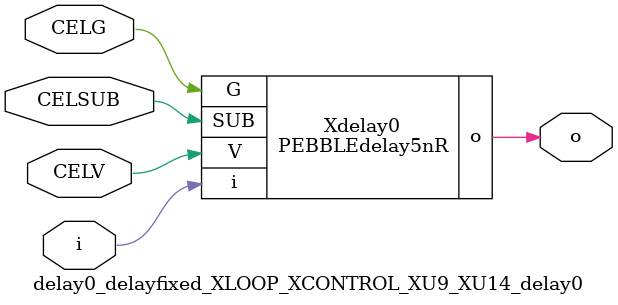
<source format=v>



module PEBBLEdelay5nR ( o, V, G, i, SUB );

  input V;
  input i;
  input G;
  output o;
  input SUB;
endmodule

//Celera Confidential Do Not Copy delay0_delayfixed_XLOOP_XCONTROL_XU9_XU14_delay0
//TYPE: fixed 5ns
module delay0_delayfixed_XLOOP_XCONTROL_XU9_XU14_delay0 (i, CELV, o,
CELG,CELSUB);
input CELV;
input i;
output o;
input CELSUB;
input CELG;

//Celera Confidential Do Not Copy delayfast0
PEBBLEdelay5nR Xdelay0(
.V (CELV),
.i (i),
.o (o),
.G (CELG),
.SUB (CELSUB)
);
//,diesize,PEBBLEdelay5nR

//Celera Confidential Do Not Copy Module End
//Celera Schematic Generator
endmodule

</source>
